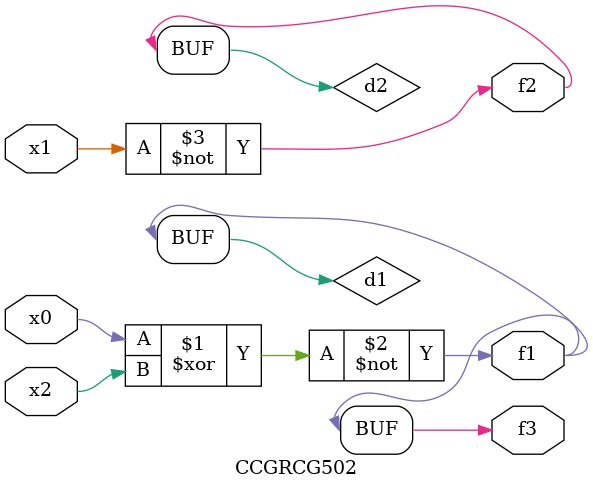
<source format=v>
module CCGRCG502(
	input x0, x1, x2,
	output f1, f2, f3
);

	wire d1, d2, d3;

	xnor (d1, x0, x2);
	nand (d2, x1);
	nor (d3, x1, x2);
	assign f1 = d1;
	assign f2 = d2;
	assign f3 = d1;
endmodule

</source>
